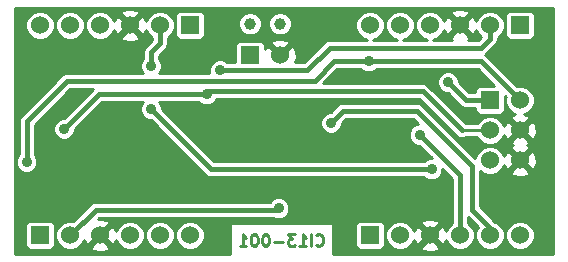
<source format=gbl>
G04 (created by PCBNEW (2013-05-31 BZR 4019)-stable) date 16/09/2013 19:50:50*
%MOIN*%
G04 Gerber Fmt 3.4, Leading zero omitted, Abs format*
%FSLAX34Y34*%
G01*
G70*
G90*
G04 APERTURE LIST*
%ADD10C,0.00590551*%
%ADD11C,0.00984252*%
%ADD12R,0.06X0.06*%
%ADD13C,0.06*%
%ADD14C,0.0393701*%
%ADD15C,0.035*%
%ADD16C,0.0354331*%
%ADD17C,0.015748*%
%ADD18C,0.01*%
G04 APERTURE END LIST*
G54D10*
G54D11*
X54802Y-43421D02*
X54821Y-43440D01*
X54877Y-43459D01*
X54915Y-43459D01*
X54971Y-43440D01*
X55009Y-43403D01*
X55027Y-43365D01*
X55046Y-43290D01*
X55046Y-43234D01*
X55027Y-43159D01*
X55009Y-43121D01*
X54971Y-43084D01*
X54915Y-43065D01*
X54877Y-43065D01*
X54821Y-43084D01*
X54802Y-43103D01*
X54634Y-43459D02*
X54634Y-43065D01*
X54240Y-43459D02*
X54465Y-43459D01*
X54353Y-43459D02*
X54353Y-43065D01*
X54390Y-43121D01*
X54428Y-43159D01*
X54465Y-43178D01*
X54109Y-43065D02*
X53865Y-43065D01*
X53996Y-43215D01*
X53940Y-43215D01*
X53903Y-43234D01*
X53884Y-43253D01*
X53865Y-43290D01*
X53865Y-43384D01*
X53884Y-43421D01*
X53903Y-43440D01*
X53940Y-43459D01*
X54053Y-43459D01*
X54090Y-43440D01*
X54109Y-43421D01*
X53696Y-43309D02*
X53396Y-43309D01*
X53134Y-43065D02*
X53096Y-43065D01*
X53059Y-43084D01*
X53040Y-43103D01*
X53021Y-43140D01*
X53003Y-43215D01*
X53003Y-43309D01*
X53021Y-43384D01*
X53040Y-43421D01*
X53059Y-43440D01*
X53096Y-43459D01*
X53134Y-43459D01*
X53171Y-43440D01*
X53190Y-43421D01*
X53209Y-43384D01*
X53228Y-43309D01*
X53228Y-43215D01*
X53209Y-43140D01*
X53190Y-43103D01*
X53171Y-43084D01*
X53134Y-43065D01*
X52759Y-43065D02*
X52721Y-43065D01*
X52684Y-43084D01*
X52665Y-43103D01*
X52647Y-43140D01*
X52628Y-43215D01*
X52628Y-43309D01*
X52647Y-43384D01*
X52665Y-43421D01*
X52684Y-43440D01*
X52721Y-43459D01*
X52759Y-43459D01*
X52796Y-43440D01*
X52815Y-43421D01*
X52834Y-43384D01*
X52853Y-43309D01*
X52853Y-43215D01*
X52834Y-43140D01*
X52815Y-43103D01*
X52796Y-43084D01*
X52759Y-43065D01*
X52253Y-43459D02*
X52478Y-43459D01*
X52365Y-43459D02*
X52365Y-43065D01*
X52403Y-43121D01*
X52440Y-43159D01*
X52478Y-43178D01*
G54D12*
X61600Y-36100D03*
G54D13*
X60600Y-36100D03*
X59600Y-36100D03*
X58600Y-36100D03*
X57600Y-36100D03*
X56600Y-36100D03*
G54D12*
X50600Y-36100D03*
G54D13*
X49600Y-36100D03*
X48600Y-36100D03*
X47600Y-36100D03*
X46600Y-36100D03*
X45600Y-36100D03*
G54D12*
X45600Y-43100D03*
G54D13*
X46600Y-43100D03*
X47600Y-43100D03*
X48600Y-43100D03*
X49600Y-43100D03*
X50600Y-43100D03*
G54D12*
X56600Y-43100D03*
G54D13*
X57600Y-43100D03*
X58600Y-43100D03*
X59600Y-43100D03*
X60600Y-43100D03*
X61600Y-43100D03*
G54D12*
X60600Y-38600D03*
G54D13*
X61600Y-38600D03*
X60600Y-39600D03*
X61600Y-39600D03*
X60600Y-40600D03*
X61600Y-40600D03*
G54D12*
X52600Y-37100D03*
G54D13*
X53600Y-37100D03*
G54D14*
X52600Y-36050D03*
X53600Y-36050D03*
G54D15*
X46400Y-39550D03*
G54D16*
X51150Y-38400D03*
X59200Y-38000D03*
G54D15*
X55300Y-39350D03*
G54D16*
X51600Y-37600D03*
X49300Y-38900D03*
X58650Y-40900D03*
X49300Y-37450D03*
X53550Y-42200D03*
X58200Y-40450D03*
X58250Y-39750D03*
X45150Y-40650D03*
X56550Y-37300D03*
G54D17*
X46400Y-39550D02*
X47550Y-38400D01*
X47550Y-38400D02*
X51150Y-38400D01*
X51150Y-38400D02*
X51150Y-38300D01*
G54D18*
X60600Y-39600D02*
X59650Y-39600D01*
G54D17*
X58350Y-38300D02*
X51150Y-38300D01*
X59650Y-39600D02*
X58350Y-38300D01*
X60600Y-38600D02*
X59800Y-38600D01*
X59800Y-38600D02*
X59200Y-38000D01*
X60000Y-42250D02*
X60600Y-42850D01*
X60000Y-40800D02*
X60000Y-42250D01*
X58150Y-38950D02*
X60000Y-40800D01*
X55700Y-38950D02*
X58150Y-38950D01*
X55300Y-39350D02*
X55700Y-38950D01*
X60600Y-36100D02*
X60600Y-36550D01*
X54500Y-37600D02*
X51600Y-37600D01*
X55250Y-36850D02*
X54500Y-37600D01*
X60300Y-36850D02*
X55250Y-36850D01*
X60600Y-36550D02*
X60300Y-36850D01*
X49600Y-36100D02*
X49600Y-36700D01*
X49300Y-38900D02*
X51300Y-40900D01*
X51300Y-40900D02*
X58650Y-40900D01*
X49600Y-36700D02*
X49300Y-37000D01*
X49300Y-37000D02*
X49300Y-37450D01*
X53550Y-42200D02*
X53500Y-42250D01*
X53500Y-42250D02*
X47450Y-42250D01*
X47450Y-42250D02*
X46600Y-43100D01*
X59600Y-43100D02*
X59600Y-41100D01*
X59600Y-41100D02*
X58250Y-39750D01*
X56550Y-37300D02*
X60300Y-37300D01*
X60300Y-37300D02*
X61600Y-38600D01*
X56550Y-37300D02*
X55400Y-37300D01*
X55400Y-37300D02*
X54750Y-37950D01*
X54750Y-37950D02*
X46500Y-37950D01*
X46500Y-37950D02*
X45150Y-39300D01*
X45150Y-39300D02*
X45150Y-40650D01*
G54D10*
G36*
X62698Y-43732D02*
X62154Y-43732D01*
X62154Y-40681D01*
X62154Y-39681D01*
X62143Y-39463D01*
X62087Y-39328D01*
X62087Y-38503D01*
X62087Y-38503D01*
X62087Y-36362D01*
X62087Y-35762D01*
X62059Y-35693D01*
X62006Y-35640D01*
X61937Y-35612D01*
X61862Y-35612D01*
X61262Y-35612D01*
X61193Y-35640D01*
X61140Y-35693D01*
X61112Y-35762D01*
X61112Y-35837D01*
X61112Y-36437D01*
X61140Y-36506D01*
X61193Y-36559D01*
X61262Y-36587D01*
X61337Y-36587D01*
X61937Y-36587D01*
X62006Y-36559D01*
X62059Y-36506D01*
X62087Y-36437D01*
X62087Y-36362D01*
X62087Y-38503D01*
X62013Y-38324D01*
X61876Y-38186D01*
X61697Y-38112D01*
X61503Y-38112D01*
X61493Y-38116D01*
X60488Y-37111D01*
X60433Y-37075D01*
X60433Y-37074D01*
X60488Y-37038D01*
X60788Y-36738D01*
X60788Y-36738D01*
X60846Y-36651D01*
X60866Y-36550D01*
X60866Y-36550D01*
X60866Y-36517D01*
X60875Y-36513D01*
X61013Y-36376D01*
X61087Y-36197D01*
X61087Y-36003D01*
X61013Y-35824D01*
X60876Y-35686D01*
X60697Y-35612D01*
X60503Y-35612D01*
X60324Y-35686D01*
X60186Y-35823D01*
X60136Y-35944D01*
X60081Y-35812D01*
X59985Y-35784D01*
X59915Y-35855D01*
X59915Y-35714D01*
X59887Y-35618D01*
X59681Y-35545D01*
X59463Y-35556D01*
X59312Y-35618D01*
X59284Y-35714D01*
X59600Y-36029D01*
X59915Y-35714D01*
X59915Y-35855D01*
X59670Y-36100D01*
X59985Y-36415D01*
X60081Y-36387D01*
X60132Y-36245D01*
X60186Y-36375D01*
X60291Y-36481D01*
X60189Y-36583D01*
X59882Y-36583D01*
X59887Y-36581D01*
X59915Y-36485D01*
X59600Y-36170D01*
X59284Y-36485D01*
X59312Y-36581D01*
X59318Y-36583D01*
X58707Y-36583D01*
X58875Y-36513D01*
X59013Y-36376D01*
X59063Y-36255D01*
X59118Y-36387D01*
X59214Y-36415D01*
X59529Y-36100D01*
X59214Y-35784D01*
X59118Y-35812D01*
X59067Y-35954D01*
X59013Y-35824D01*
X58876Y-35686D01*
X58697Y-35612D01*
X58503Y-35612D01*
X58324Y-35686D01*
X58186Y-35823D01*
X58112Y-36002D01*
X58112Y-36196D01*
X58186Y-36375D01*
X58323Y-36513D01*
X58492Y-36583D01*
X57707Y-36583D01*
X57875Y-36513D01*
X58013Y-36376D01*
X58087Y-36197D01*
X58087Y-36003D01*
X58013Y-35824D01*
X57876Y-35686D01*
X57697Y-35612D01*
X57503Y-35612D01*
X57324Y-35686D01*
X57186Y-35823D01*
X57112Y-36002D01*
X57112Y-36196D01*
X57186Y-36375D01*
X57323Y-36513D01*
X57492Y-36583D01*
X56707Y-36583D01*
X56875Y-36513D01*
X57013Y-36376D01*
X57087Y-36197D01*
X57087Y-36003D01*
X57013Y-35824D01*
X56876Y-35686D01*
X56697Y-35612D01*
X56503Y-35612D01*
X56324Y-35686D01*
X56186Y-35823D01*
X56112Y-36002D01*
X56112Y-36196D01*
X56186Y-36375D01*
X56323Y-36513D01*
X56492Y-36583D01*
X55250Y-36583D01*
X55148Y-36603D01*
X55061Y-36661D01*
X54389Y-37333D01*
X54100Y-37333D01*
X54154Y-37181D01*
X54143Y-36963D01*
X54081Y-36812D01*
X53985Y-36784D01*
X53984Y-36785D01*
X53984Y-35973D01*
X53926Y-35832D01*
X53818Y-35724D01*
X53676Y-35665D01*
X53523Y-35665D01*
X53382Y-35723D01*
X53274Y-35831D01*
X53215Y-35973D01*
X53215Y-36126D01*
X53273Y-36267D01*
X53381Y-36375D01*
X53523Y-36434D01*
X53676Y-36434D01*
X53817Y-36376D01*
X53925Y-36268D01*
X53984Y-36126D01*
X53984Y-35973D01*
X53984Y-36785D01*
X53915Y-36855D01*
X53915Y-36714D01*
X53887Y-36618D01*
X53681Y-36545D01*
X53463Y-36556D01*
X53312Y-36618D01*
X53284Y-36714D01*
X53600Y-37029D01*
X53915Y-36714D01*
X53915Y-36855D01*
X53670Y-37100D01*
X53676Y-37105D01*
X53605Y-37176D01*
X53600Y-37170D01*
X53594Y-37176D01*
X53523Y-37105D01*
X53529Y-37100D01*
X53214Y-36784D01*
X53118Y-36812D01*
X53087Y-36898D01*
X53087Y-36762D01*
X53059Y-36693D01*
X53006Y-36640D01*
X52984Y-36631D01*
X52984Y-35973D01*
X52926Y-35832D01*
X52818Y-35724D01*
X52676Y-35665D01*
X52523Y-35665D01*
X52382Y-35723D01*
X52274Y-35831D01*
X52215Y-35973D01*
X52215Y-36126D01*
X52273Y-36267D01*
X52381Y-36375D01*
X52523Y-36434D01*
X52676Y-36434D01*
X52817Y-36376D01*
X52925Y-36268D01*
X52984Y-36126D01*
X52984Y-35973D01*
X52984Y-36631D01*
X52937Y-36612D01*
X52862Y-36612D01*
X52262Y-36612D01*
X52193Y-36640D01*
X52140Y-36693D01*
X52112Y-36762D01*
X52112Y-36837D01*
X52112Y-37333D01*
X51849Y-37333D01*
X51807Y-37290D01*
X51672Y-37235D01*
X51527Y-37234D01*
X51393Y-37290D01*
X51290Y-37392D01*
X51235Y-37527D01*
X51234Y-37672D01*
X51239Y-37683D01*
X51087Y-37683D01*
X51087Y-36362D01*
X51087Y-35762D01*
X51059Y-35693D01*
X51006Y-35640D01*
X50937Y-35612D01*
X50862Y-35612D01*
X50262Y-35612D01*
X50193Y-35640D01*
X50140Y-35693D01*
X50112Y-35762D01*
X50112Y-35837D01*
X50112Y-36437D01*
X50140Y-36506D01*
X50193Y-36559D01*
X50262Y-36587D01*
X50337Y-36587D01*
X50937Y-36587D01*
X51006Y-36559D01*
X51059Y-36506D01*
X51087Y-36437D01*
X51087Y-36362D01*
X51087Y-37683D01*
X49582Y-37683D01*
X49609Y-37657D01*
X49664Y-37522D01*
X49665Y-37377D01*
X49609Y-37243D01*
X49566Y-37200D01*
X49566Y-37110D01*
X49788Y-36888D01*
X49788Y-36888D01*
X49846Y-36801D01*
X49866Y-36700D01*
X49866Y-36700D01*
X49866Y-36517D01*
X49875Y-36513D01*
X50013Y-36376D01*
X50087Y-36197D01*
X50087Y-36003D01*
X50013Y-35824D01*
X49876Y-35686D01*
X49697Y-35612D01*
X49503Y-35612D01*
X49324Y-35686D01*
X49186Y-35823D01*
X49136Y-35944D01*
X49081Y-35812D01*
X48985Y-35784D01*
X48915Y-35855D01*
X48915Y-35714D01*
X48887Y-35618D01*
X48681Y-35545D01*
X48463Y-35556D01*
X48312Y-35618D01*
X48284Y-35714D01*
X48600Y-36029D01*
X48915Y-35714D01*
X48915Y-35855D01*
X48670Y-36100D01*
X48985Y-36415D01*
X49081Y-36387D01*
X49132Y-36245D01*
X49186Y-36375D01*
X49323Y-36513D01*
X49333Y-36517D01*
X49333Y-36589D01*
X49111Y-36811D01*
X49053Y-36898D01*
X49033Y-37000D01*
X49033Y-37200D01*
X48990Y-37242D01*
X48935Y-37377D01*
X48934Y-37522D01*
X48990Y-37656D01*
X49017Y-37683D01*
X48915Y-37683D01*
X48915Y-36485D01*
X48600Y-36170D01*
X48529Y-36241D01*
X48529Y-36100D01*
X48214Y-35784D01*
X48118Y-35812D01*
X48067Y-35954D01*
X48013Y-35824D01*
X47876Y-35686D01*
X47697Y-35612D01*
X47503Y-35612D01*
X47324Y-35686D01*
X47186Y-35823D01*
X47112Y-36002D01*
X47112Y-36196D01*
X47186Y-36375D01*
X47323Y-36513D01*
X47502Y-36587D01*
X47696Y-36587D01*
X47875Y-36513D01*
X48013Y-36376D01*
X48063Y-36255D01*
X48118Y-36387D01*
X48214Y-36415D01*
X48529Y-36100D01*
X48529Y-36241D01*
X48284Y-36485D01*
X48312Y-36581D01*
X48518Y-36654D01*
X48736Y-36643D01*
X48887Y-36581D01*
X48915Y-36485D01*
X48915Y-37683D01*
X47087Y-37683D01*
X47087Y-36003D01*
X47013Y-35824D01*
X46876Y-35686D01*
X46697Y-35612D01*
X46503Y-35612D01*
X46324Y-35686D01*
X46186Y-35823D01*
X46112Y-36002D01*
X46112Y-36196D01*
X46186Y-36375D01*
X46323Y-36513D01*
X46502Y-36587D01*
X46696Y-36587D01*
X46875Y-36513D01*
X47013Y-36376D01*
X47087Y-36197D01*
X47087Y-36003D01*
X47087Y-37683D01*
X46500Y-37683D01*
X46398Y-37703D01*
X46354Y-37732D01*
X46311Y-37761D01*
X46087Y-37985D01*
X46087Y-36003D01*
X46013Y-35824D01*
X45876Y-35686D01*
X45697Y-35612D01*
X45503Y-35612D01*
X45324Y-35686D01*
X45186Y-35823D01*
X45112Y-36002D01*
X45112Y-36196D01*
X45186Y-36375D01*
X45323Y-36513D01*
X45502Y-36587D01*
X45696Y-36587D01*
X45875Y-36513D01*
X46013Y-36376D01*
X46087Y-36197D01*
X46087Y-36003D01*
X46087Y-37985D01*
X44961Y-39111D01*
X44903Y-39198D01*
X44883Y-39300D01*
X44883Y-40400D01*
X44840Y-40442D01*
X44785Y-40577D01*
X44784Y-40722D01*
X44840Y-40856D01*
X44942Y-40959D01*
X45077Y-41014D01*
X45222Y-41015D01*
X45356Y-40959D01*
X45459Y-40857D01*
X45514Y-40722D01*
X45515Y-40577D01*
X45459Y-40443D01*
X45416Y-40400D01*
X45416Y-39410D01*
X46610Y-38216D01*
X47356Y-38216D01*
X46385Y-39187D01*
X46328Y-39187D01*
X46194Y-39242D01*
X46092Y-39344D01*
X46037Y-39477D01*
X46037Y-39621D01*
X46092Y-39755D01*
X46194Y-39857D01*
X46327Y-39912D01*
X46471Y-39912D01*
X46605Y-39857D01*
X46707Y-39755D01*
X46762Y-39622D01*
X46762Y-39564D01*
X47660Y-38666D01*
X49017Y-38666D01*
X48990Y-38692D01*
X48935Y-38827D01*
X48934Y-38972D01*
X48990Y-39106D01*
X49092Y-39209D01*
X49227Y-39264D01*
X49288Y-39264D01*
X51111Y-41088D01*
X51111Y-41088D01*
X51198Y-41146D01*
X51299Y-41166D01*
X51300Y-41166D01*
X58400Y-41166D01*
X58442Y-41209D01*
X58577Y-41264D01*
X58722Y-41265D01*
X58856Y-41209D01*
X58959Y-41107D01*
X59014Y-40972D01*
X59014Y-40891D01*
X59333Y-41210D01*
X59333Y-42682D01*
X59324Y-42686D01*
X59186Y-42823D01*
X59136Y-42944D01*
X59081Y-42812D01*
X58985Y-42784D01*
X58915Y-42855D01*
X58915Y-42714D01*
X58887Y-42618D01*
X58681Y-42545D01*
X58463Y-42556D01*
X58312Y-42618D01*
X58284Y-42714D01*
X58600Y-43029D01*
X58915Y-42714D01*
X58915Y-42855D01*
X58670Y-43100D01*
X58985Y-43415D01*
X59081Y-43387D01*
X59132Y-43245D01*
X59186Y-43375D01*
X59323Y-43513D01*
X59502Y-43587D01*
X59696Y-43587D01*
X59875Y-43513D01*
X60013Y-43376D01*
X60087Y-43197D01*
X60087Y-43003D01*
X60013Y-42824D01*
X59876Y-42686D01*
X59866Y-42682D01*
X59866Y-42493D01*
X60191Y-42818D01*
X60186Y-42823D01*
X60112Y-43002D01*
X60112Y-43196D01*
X60186Y-43375D01*
X60323Y-43513D01*
X60502Y-43587D01*
X60696Y-43587D01*
X60875Y-43513D01*
X61013Y-43376D01*
X61087Y-43197D01*
X61087Y-43003D01*
X61013Y-42824D01*
X60876Y-42686D01*
X60768Y-42641D01*
X60266Y-42139D01*
X60266Y-40956D01*
X60323Y-41013D01*
X60502Y-41087D01*
X60696Y-41087D01*
X60875Y-41013D01*
X61013Y-40876D01*
X61063Y-40755D01*
X61118Y-40887D01*
X61214Y-40915D01*
X61529Y-40600D01*
X61214Y-40284D01*
X61118Y-40312D01*
X61067Y-40454D01*
X61013Y-40324D01*
X60876Y-40186D01*
X60697Y-40112D01*
X60503Y-40112D01*
X60324Y-40186D01*
X60186Y-40323D01*
X60112Y-40502D01*
X60112Y-40535D01*
X58338Y-38761D01*
X58251Y-38703D01*
X58150Y-38683D01*
X55700Y-38683D01*
X55598Y-38703D01*
X55511Y-38761D01*
X55285Y-38987D01*
X55228Y-38987D01*
X55094Y-39042D01*
X54992Y-39144D01*
X54937Y-39277D01*
X54937Y-39421D01*
X54992Y-39555D01*
X55094Y-39657D01*
X55227Y-39712D01*
X55371Y-39712D01*
X55505Y-39657D01*
X55607Y-39555D01*
X55662Y-39422D01*
X55662Y-39364D01*
X55810Y-39216D01*
X58039Y-39216D01*
X58208Y-39385D01*
X58177Y-39384D01*
X58043Y-39440D01*
X57940Y-39542D01*
X57885Y-39677D01*
X57884Y-39822D01*
X57940Y-39956D01*
X58042Y-40059D01*
X58177Y-40114D01*
X58238Y-40114D01*
X58658Y-40535D01*
X58577Y-40534D01*
X58443Y-40590D01*
X58400Y-40633D01*
X51410Y-40633D01*
X49664Y-38888D01*
X49665Y-38827D01*
X49609Y-38693D01*
X49582Y-38666D01*
X50900Y-38666D01*
X50942Y-38709D01*
X51077Y-38764D01*
X51222Y-38765D01*
X51356Y-38709D01*
X51459Y-38607D01*
X51476Y-38566D01*
X58239Y-38566D01*
X59461Y-39788D01*
X59548Y-39846D01*
X59650Y-39866D01*
X59751Y-39846D01*
X59764Y-39837D01*
X60170Y-39837D01*
X60186Y-39875D01*
X60323Y-40013D01*
X60502Y-40087D01*
X60696Y-40087D01*
X60875Y-40013D01*
X61013Y-39876D01*
X61063Y-39755D01*
X61118Y-39887D01*
X61214Y-39915D01*
X61529Y-39600D01*
X61214Y-39284D01*
X61118Y-39312D01*
X61067Y-39454D01*
X61013Y-39324D01*
X60876Y-39186D01*
X60697Y-39112D01*
X60503Y-39112D01*
X60324Y-39186D01*
X60186Y-39323D01*
X60170Y-39362D01*
X59789Y-39362D01*
X58538Y-38111D01*
X58451Y-38053D01*
X58350Y-38033D01*
X55043Y-38033D01*
X55510Y-37566D01*
X56300Y-37566D01*
X56342Y-37609D01*
X56477Y-37664D01*
X56622Y-37665D01*
X56756Y-37609D01*
X56799Y-37566D01*
X60189Y-37566D01*
X60735Y-38112D01*
X60262Y-38112D01*
X60193Y-38140D01*
X60140Y-38193D01*
X60112Y-38262D01*
X60112Y-38333D01*
X59910Y-38333D01*
X59564Y-37988D01*
X59565Y-37927D01*
X59509Y-37793D01*
X59407Y-37690D01*
X59272Y-37635D01*
X59127Y-37634D01*
X58993Y-37690D01*
X58890Y-37792D01*
X58835Y-37927D01*
X58834Y-38072D01*
X58890Y-38206D01*
X58992Y-38309D01*
X59127Y-38364D01*
X59188Y-38364D01*
X59611Y-38788D01*
X59611Y-38788D01*
X59654Y-38817D01*
X59698Y-38846D01*
X59698Y-38846D01*
X59800Y-38866D01*
X60112Y-38866D01*
X60112Y-38937D01*
X60140Y-39006D01*
X60193Y-39059D01*
X60262Y-39087D01*
X60337Y-39087D01*
X60937Y-39087D01*
X61006Y-39059D01*
X61059Y-39006D01*
X61087Y-38937D01*
X61087Y-38862D01*
X61087Y-38464D01*
X61116Y-38493D01*
X61112Y-38502D01*
X61112Y-38696D01*
X61186Y-38875D01*
X61323Y-39013D01*
X61444Y-39063D01*
X61312Y-39118D01*
X61284Y-39214D01*
X61600Y-39529D01*
X61915Y-39214D01*
X61887Y-39118D01*
X61745Y-39067D01*
X61875Y-39013D01*
X62013Y-38876D01*
X62087Y-38697D01*
X62087Y-38503D01*
X62087Y-39328D01*
X62081Y-39312D01*
X61985Y-39284D01*
X61670Y-39600D01*
X61985Y-39915D01*
X62081Y-39887D01*
X62154Y-39681D01*
X62154Y-40681D01*
X62143Y-40463D01*
X62081Y-40312D01*
X61985Y-40284D01*
X61915Y-40355D01*
X61915Y-40214D01*
X61887Y-40118D01*
X61839Y-40101D01*
X61887Y-40081D01*
X61915Y-39985D01*
X61600Y-39670D01*
X61284Y-39985D01*
X61312Y-40081D01*
X61360Y-40098D01*
X61312Y-40118D01*
X61284Y-40214D01*
X61600Y-40529D01*
X61915Y-40214D01*
X61915Y-40355D01*
X61670Y-40600D01*
X61985Y-40915D01*
X62081Y-40887D01*
X62154Y-40681D01*
X62154Y-43732D01*
X62087Y-43732D01*
X62087Y-43003D01*
X62013Y-42824D01*
X61915Y-42725D01*
X61915Y-40985D01*
X61600Y-40670D01*
X61284Y-40985D01*
X61312Y-41081D01*
X61518Y-41154D01*
X61736Y-41143D01*
X61887Y-41081D01*
X61915Y-40985D01*
X61915Y-42725D01*
X61876Y-42686D01*
X61697Y-42612D01*
X61503Y-42612D01*
X61324Y-42686D01*
X61186Y-42823D01*
X61112Y-43002D01*
X61112Y-43196D01*
X61186Y-43375D01*
X61323Y-43513D01*
X61502Y-43587D01*
X61696Y-43587D01*
X61875Y-43513D01*
X62013Y-43376D01*
X62087Y-43197D01*
X62087Y-43003D01*
X62087Y-43732D01*
X58915Y-43732D01*
X58915Y-43485D01*
X58600Y-43170D01*
X58529Y-43241D01*
X58529Y-43100D01*
X58214Y-42784D01*
X58118Y-42812D01*
X58067Y-42954D01*
X58013Y-42824D01*
X57876Y-42686D01*
X57697Y-42612D01*
X57503Y-42612D01*
X57324Y-42686D01*
X57186Y-42823D01*
X57112Y-43002D01*
X57112Y-43196D01*
X57186Y-43375D01*
X57323Y-43513D01*
X57502Y-43587D01*
X57696Y-43587D01*
X57875Y-43513D01*
X58013Y-43376D01*
X58063Y-43255D01*
X58118Y-43387D01*
X58214Y-43415D01*
X58529Y-43100D01*
X58529Y-43241D01*
X58284Y-43485D01*
X58312Y-43581D01*
X58518Y-43654D01*
X58736Y-43643D01*
X58887Y-43581D01*
X58915Y-43485D01*
X58915Y-43732D01*
X57087Y-43732D01*
X57087Y-43362D01*
X57087Y-42762D01*
X57059Y-42693D01*
X57006Y-42640D01*
X56937Y-42612D01*
X56862Y-42612D01*
X56262Y-42612D01*
X56193Y-42640D01*
X56140Y-42693D01*
X56112Y-42762D01*
X56112Y-42837D01*
X56112Y-43437D01*
X56140Y-43506D01*
X56193Y-43559D01*
X56262Y-43587D01*
X56337Y-43587D01*
X56937Y-43587D01*
X57006Y-43559D01*
X57059Y-43506D01*
X57087Y-43437D01*
X57087Y-43362D01*
X57087Y-43732D01*
X55358Y-43732D01*
X55358Y-42688D01*
X53915Y-42688D01*
X53915Y-42127D01*
X53859Y-41993D01*
X53757Y-41890D01*
X53622Y-41835D01*
X53477Y-41834D01*
X53343Y-41890D01*
X53250Y-41983D01*
X47450Y-41983D01*
X47348Y-42003D01*
X47261Y-42061D01*
X46706Y-42616D01*
X46697Y-42612D01*
X46503Y-42612D01*
X46324Y-42686D01*
X46186Y-42823D01*
X46112Y-43002D01*
X46112Y-43196D01*
X46186Y-43375D01*
X46323Y-43513D01*
X46502Y-43587D01*
X46696Y-43587D01*
X46875Y-43513D01*
X47013Y-43376D01*
X47063Y-43255D01*
X47118Y-43387D01*
X47214Y-43415D01*
X47529Y-43100D01*
X47523Y-43094D01*
X47594Y-43023D01*
X47600Y-43029D01*
X47915Y-42714D01*
X47887Y-42618D01*
X47681Y-42545D01*
X47523Y-42553D01*
X47560Y-42516D01*
X53360Y-42516D01*
X53477Y-42564D01*
X53622Y-42565D01*
X53756Y-42509D01*
X53859Y-42407D01*
X53914Y-42272D01*
X53915Y-42127D01*
X53915Y-42688D01*
X51941Y-42688D01*
X51941Y-43732D01*
X51087Y-43732D01*
X51087Y-43003D01*
X51013Y-42824D01*
X50876Y-42686D01*
X50697Y-42612D01*
X50503Y-42612D01*
X50324Y-42686D01*
X50186Y-42823D01*
X50112Y-43002D01*
X50112Y-43196D01*
X50186Y-43375D01*
X50323Y-43513D01*
X50502Y-43587D01*
X50696Y-43587D01*
X50875Y-43513D01*
X51013Y-43376D01*
X51087Y-43197D01*
X51087Y-43003D01*
X51087Y-43732D01*
X50087Y-43732D01*
X50087Y-43003D01*
X50013Y-42824D01*
X49876Y-42686D01*
X49697Y-42612D01*
X49503Y-42612D01*
X49324Y-42686D01*
X49186Y-42823D01*
X49112Y-43002D01*
X49112Y-43196D01*
X49186Y-43375D01*
X49323Y-43513D01*
X49502Y-43587D01*
X49696Y-43587D01*
X49875Y-43513D01*
X50013Y-43376D01*
X50087Y-43197D01*
X50087Y-43003D01*
X50087Y-43732D01*
X49087Y-43732D01*
X49087Y-43003D01*
X49013Y-42824D01*
X48876Y-42686D01*
X48697Y-42612D01*
X48503Y-42612D01*
X48324Y-42686D01*
X48186Y-42823D01*
X48136Y-42944D01*
X48081Y-42812D01*
X47985Y-42784D01*
X47670Y-43100D01*
X47985Y-43415D01*
X48081Y-43387D01*
X48132Y-43245D01*
X48186Y-43375D01*
X48323Y-43513D01*
X48502Y-43587D01*
X48696Y-43587D01*
X48875Y-43513D01*
X49013Y-43376D01*
X49087Y-43197D01*
X49087Y-43003D01*
X49087Y-43732D01*
X47915Y-43732D01*
X47915Y-43485D01*
X47600Y-43170D01*
X47284Y-43485D01*
X47312Y-43581D01*
X47518Y-43654D01*
X47736Y-43643D01*
X47887Y-43581D01*
X47915Y-43485D01*
X47915Y-43732D01*
X46087Y-43732D01*
X46087Y-43362D01*
X46087Y-42762D01*
X46059Y-42693D01*
X46006Y-42640D01*
X45937Y-42612D01*
X45862Y-42612D01*
X45262Y-42612D01*
X45193Y-42640D01*
X45140Y-42693D01*
X45112Y-42762D01*
X45112Y-42837D01*
X45112Y-43437D01*
X45140Y-43506D01*
X45193Y-43559D01*
X45262Y-43587D01*
X45337Y-43587D01*
X45937Y-43587D01*
X46006Y-43559D01*
X46059Y-43506D01*
X46087Y-43437D01*
X46087Y-43362D01*
X46087Y-43732D01*
X44767Y-43732D01*
X44767Y-35517D01*
X62698Y-35517D01*
X62698Y-43732D01*
X62698Y-43732D01*
G37*
G54D18*
X62698Y-43732D02*
X62154Y-43732D01*
X62154Y-40681D01*
X62154Y-39681D01*
X62143Y-39463D01*
X62087Y-39328D01*
X62087Y-38503D01*
X62087Y-38503D01*
X62087Y-36362D01*
X62087Y-35762D01*
X62059Y-35693D01*
X62006Y-35640D01*
X61937Y-35612D01*
X61862Y-35612D01*
X61262Y-35612D01*
X61193Y-35640D01*
X61140Y-35693D01*
X61112Y-35762D01*
X61112Y-35837D01*
X61112Y-36437D01*
X61140Y-36506D01*
X61193Y-36559D01*
X61262Y-36587D01*
X61337Y-36587D01*
X61937Y-36587D01*
X62006Y-36559D01*
X62059Y-36506D01*
X62087Y-36437D01*
X62087Y-36362D01*
X62087Y-38503D01*
X62013Y-38324D01*
X61876Y-38186D01*
X61697Y-38112D01*
X61503Y-38112D01*
X61493Y-38116D01*
X60488Y-37111D01*
X60433Y-37075D01*
X60433Y-37074D01*
X60488Y-37038D01*
X60788Y-36738D01*
X60788Y-36738D01*
X60846Y-36651D01*
X60866Y-36550D01*
X60866Y-36550D01*
X60866Y-36517D01*
X60875Y-36513D01*
X61013Y-36376D01*
X61087Y-36197D01*
X61087Y-36003D01*
X61013Y-35824D01*
X60876Y-35686D01*
X60697Y-35612D01*
X60503Y-35612D01*
X60324Y-35686D01*
X60186Y-35823D01*
X60136Y-35944D01*
X60081Y-35812D01*
X59985Y-35784D01*
X59915Y-35855D01*
X59915Y-35714D01*
X59887Y-35618D01*
X59681Y-35545D01*
X59463Y-35556D01*
X59312Y-35618D01*
X59284Y-35714D01*
X59600Y-36029D01*
X59915Y-35714D01*
X59915Y-35855D01*
X59670Y-36100D01*
X59985Y-36415D01*
X60081Y-36387D01*
X60132Y-36245D01*
X60186Y-36375D01*
X60291Y-36481D01*
X60189Y-36583D01*
X59882Y-36583D01*
X59887Y-36581D01*
X59915Y-36485D01*
X59600Y-36170D01*
X59284Y-36485D01*
X59312Y-36581D01*
X59318Y-36583D01*
X58707Y-36583D01*
X58875Y-36513D01*
X59013Y-36376D01*
X59063Y-36255D01*
X59118Y-36387D01*
X59214Y-36415D01*
X59529Y-36100D01*
X59214Y-35784D01*
X59118Y-35812D01*
X59067Y-35954D01*
X59013Y-35824D01*
X58876Y-35686D01*
X58697Y-35612D01*
X58503Y-35612D01*
X58324Y-35686D01*
X58186Y-35823D01*
X58112Y-36002D01*
X58112Y-36196D01*
X58186Y-36375D01*
X58323Y-36513D01*
X58492Y-36583D01*
X57707Y-36583D01*
X57875Y-36513D01*
X58013Y-36376D01*
X58087Y-36197D01*
X58087Y-36003D01*
X58013Y-35824D01*
X57876Y-35686D01*
X57697Y-35612D01*
X57503Y-35612D01*
X57324Y-35686D01*
X57186Y-35823D01*
X57112Y-36002D01*
X57112Y-36196D01*
X57186Y-36375D01*
X57323Y-36513D01*
X57492Y-36583D01*
X56707Y-36583D01*
X56875Y-36513D01*
X57013Y-36376D01*
X57087Y-36197D01*
X57087Y-36003D01*
X57013Y-35824D01*
X56876Y-35686D01*
X56697Y-35612D01*
X56503Y-35612D01*
X56324Y-35686D01*
X56186Y-35823D01*
X56112Y-36002D01*
X56112Y-36196D01*
X56186Y-36375D01*
X56323Y-36513D01*
X56492Y-36583D01*
X55250Y-36583D01*
X55148Y-36603D01*
X55061Y-36661D01*
X54389Y-37333D01*
X54100Y-37333D01*
X54154Y-37181D01*
X54143Y-36963D01*
X54081Y-36812D01*
X53985Y-36784D01*
X53984Y-36785D01*
X53984Y-35973D01*
X53926Y-35832D01*
X53818Y-35724D01*
X53676Y-35665D01*
X53523Y-35665D01*
X53382Y-35723D01*
X53274Y-35831D01*
X53215Y-35973D01*
X53215Y-36126D01*
X53273Y-36267D01*
X53381Y-36375D01*
X53523Y-36434D01*
X53676Y-36434D01*
X53817Y-36376D01*
X53925Y-36268D01*
X53984Y-36126D01*
X53984Y-35973D01*
X53984Y-36785D01*
X53915Y-36855D01*
X53915Y-36714D01*
X53887Y-36618D01*
X53681Y-36545D01*
X53463Y-36556D01*
X53312Y-36618D01*
X53284Y-36714D01*
X53600Y-37029D01*
X53915Y-36714D01*
X53915Y-36855D01*
X53670Y-37100D01*
X53676Y-37105D01*
X53605Y-37176D01*
X53600Y-37170D01*
X53594Y-37176D01*
X53523Y-37105D01*
X53529Y-37100D01*
X53214Y-36784D01*
X53118Y-36812D01*
X53087Y-36898D01*
X53087Y-36762D01*
X53059Y-36693D01*
X53006Y-36640D01*
X52984Y-36631D01*
X52984Y-35973D01*
X52926Y-35832D01*
X52818Y-35724D01*
X52676Y-35665D01*
X52523Y-35665D01*
X52382Y-35723D01*
X52274Y-35831D01*
X52215Y-35973D01*
X52215Y-36126D01*
X52273Y-36267D01*
X52381Y-36375D01*
X52523Y-36434D01*
X52676Y-36434D01*
X52817Y-36376D01*
X52925Y-36268D01*
X52984Y-36126D01*
X52984Y-35973D01*
X52984Y-36631D01*
X52937Y-36612D01*
X52862Y-36612D01*
X52262Y-36612D01*
X52193Y-36640D01*
X52140Y-36693D01*
X52112Y-36762D01*
X52112Y-36837D01*
X52112Y-37333D01*
X51849Y-37333D01*
X51807Y-37290D01*
X51672Y-37235D01*
X51527Y-37234D01*
X51393Y-37290D01*
X51290Y-37392D01*
X51235Y-37527D01*
X51234Y-37672D01*
X51239Y-37683D01*
X51087Y-37683D01*
X51087Y-36362D01*
X51087Y-35762D01*
X51059Y-35693D01*
X51006Y-35640D01*
X50937Y-35612D01*
X50862Y-35612D01*
X50262Y-35612D01*
X50193Y-35640D01*
X50140Y-35693D01*
X50112Y-35762D01*
X50112Y-35837D01*
X50112Y-36437D01*
X50140Y-36506D01*
X50193Y-36559D01*
X50262Y-36587D01*
X50337Y-36587D01*
X50937Y-36587D01*
X51006Y-36559D01*
X51059Y-36506D01*
X51087Y-36437D01*
X51087Y-36362D01*
X51087Y-37683D01*
X49582Y-37683D01*
X49609Y-37657D01*
X49664Y-37522D01*
X49665Y-37377D01*
X49609Y-37243D01*
X49566Y-37200D01*
X49566Y-37110D01*
X49788Y-36888D01*
X49788Y-36888D01*
X49846Y-36801D01*
X49866Y-36700D01*
X49866Y-36700D01*
X49866Y-36517D01*
X49875Y-36513D01*
X50013Y-36376D01*
X50087Y-36197D01*
X50087Y-36003D01*
X50013Y-35824D01*
X49876Y-35686D01*
X49697Y-35612D01*
X49503Y-35612D01*
X49324Y-35686D01*
X49186Y-35823D01*
X49136Y-35944D01*
X49081Y-35812D01*
X48985Y-35784D01*
X48915Y-35855D01*
X48915Y-35714D01*
X48887Y-35618D01*
X48681Y-35545D01*
X48463Y-35556D01*
X48312Y-35618D01*
X48284Y-35714D01*
X48600Y-36029D01*
X48915Y-35714D01*
X48915Y-35855D01*
X48670Y-36100D01*
X48985Y-36415D01*
X49081Y-36387D01*
X49132Y-36245D01*
X49186Y-36375D01*
X49323Y-36513D01*
X49333Y-36517D01*
X49333Y-36589D01*
X49111Y-36811D01*
X49053Y-36898D01*
X49033Y-37000D01*
X49033Y-37200D01*
X48990Y-37242D01*
X48935Y-37377D01*
X48934Y-37522D01*
X48990Y-37656D01*
X49017Y-37683D01*
X48915Y-37683D01*
X48915Y-36485D01*
X48600Y-36170D01*
X48529Y-36241D01*
X48529Y-36100D01*
X48214Y-35784D01*
X48118Y-35812D01*
X48067Y-35954D01*
X48013Y-35824D01*
X47876Y-35686D01*
X47697Y-35612D01*
X47503Y-35612D01*
X47324Y-35686D01*
X47186Y-35823D01*
X47112Y-36002D01*
X47112Y-36196D01*
X47186Y-36375D01*
X47323Y-36513D01*
X47502Y-36587D01*
X47696Y-36587D01*
X47875Y-36513D01*
X48013Y-36376D01*
X48063Y-36255D01*
X48118Y-36387D01*
X48214Y-36415D01*
X48529Y-36100D01*
X48529Y-36241D01*
X48284Y-36485D01*
X48312Y-36581D01*
X48518Y-36654D01*
X48736Y-36643D01*
X48887Y-36581D01*
X48915Y-36485D01*
X48915Y-37683D01*
X47087Y-37683D01*
X47087Y-36003D01*
X47013Y-35824D01*
X46876Y-35686D01*
X46697Y-35612D01*
X46503Y-35612D01*
X46324Y-35686D01*
X46186Y-35823D01*
X46112Y-36002D01*
X46112Y-36196D01*
X46186Y-36375D01*
X46323Y-36513D01*
X46502Y-36587D01*
X46696Y-36587D01*
X46875Y-36513D01*
X47013Y-36376D01*
X47087Y-36197D01*
X47087Y-36003D01*
X47087Y-37683D01*
X46500Y-37683D01*
X46398Y-37703D01*
X46354Y-37732D01*
X46311Y-37761D01*
X46087Y-37985D01*
X46087Y-36003D01*
X46013Y-35824D01*
X45876Y-35686D01*
X45697Y-35612D01*
X45503Y-35612D01*
X45324Y-35686D01*
X45186Y-35823D01*
X45112Y-36002D01*
X45112Y-36196D01*
X45186Y-36375D01*
X45323Y-36513D01*
X45502Y-36587D01*
X45696Y-36587D01*
X45875Y-36513D01*
X46013Y-36376D01*
X46087Y-36197D01*
X46087Y-36003D01*
X46087Y-37985D01*
X44961Y-39111D01*
X44903Y-39198D01*
X44883Y-39300D01*
X44883Y-40400D01*
X44840Y-40442D01*
X44785Y-40577D01*
X44784Y-40722D01*
X44840Y-40856D01*
X44942Y-40959D01*
X45077Y-41014D01*
X45222Y-41015D01*
X45356Y-40959D01*
X45459Y-40857D01*
X45514Y-40722D01*
X45515Y-40577D01*
X45459Y-40443D01*
X45416Y-40400D01*
X45416Y-39410D01*
X46610Y-38216D01*
X47356Y-38216D01*
X46385Y-39187D01*
X46328Y-39187D01*
X46194Y-39242D01*
X46092Y-39344D01*
X46037Y-39477D01*
X46037Y-39621D01*
X46092Y-39755D01*
X46194Y-39857D01*
X46327Y-39912D01*
X46471Y-39912D01*
X46605Y-39857D01*
X46707Y-39755D01*
X46762Y-39622D01*
X46762Y-39564D01*
X47660Y-38666D01*
X49017Y-38666D01*
X48990Y-38692D01*
X48935Y-38827D01*
X48934Y-38972D01*
X48990Y-39106D01*
X49092Y-39209D01*
X49227Y-39264D01*
X49288Y-39264D01*
X51111Y-41088D01*
X51111Y-41088D01*
X51198Y-41146D01*
X51299Y-41166D01*
X51300Y-41166D01*
X58400Y-41166D01*
X58442Y-41209D01*
X58577Y-41264D01*
X58722Y-41265D01*
X58856Y-41209D01*
X58959Y-41107D01*
X59014Y-40972D01*
X59014Y-40891D01*
X59333Y-41210D01*
X59333Y-42682D01*
X59324Y-42686D01*
X59186Y-42823D01*
X59136Y-42944D01*
X59081Y-42812D01*
X58985Y-42784D01*
X58915Y-42855D01*
X58915Y-42714D01*
X58887Y-42618D01*
X58681Y-42545D01*
X58463Y-42556D01*
X58312Y-42618D01*
X58284Y-42714D01*
X58600Y-43029D01*
X58915Y-42714D01*
X58915Y-42855D01*
X58670Y-43100D01*
X58985Y-43415D01*
X59081Y-43387D01*
X59132Y-43245D01*
X59186Y-43375D01*
X59323Y-43513D01*
X59502Y-43587D01*
X59696Y-43587D01*
X59875Y-43513D01*
X60013Y-43376D01*
X60087Y-43197D01*
X60087Y-43003D01*
X60013Y-42824D01*
X59876Y-42686D01*
X59866Y-42682D01*
X59866Y-42493D01*
X60191Y-42818D01*
X60186Y-42823D01*
X60112Y-43002D01*
X60112Y-43196D01*
X60186Y-43375D01*
X60323Y-43513D01*
X60502Y-43587D01*
X60696Y-43587D01*
X60875Y-43513D01*
X61013Y-43376D01*
X61087Y-43197D01*
X61087Y-43003D01*
X61013Y-42824D01*
X60876Y-42686D01*
X60768Y-42641D01*
X60266Y-42139D01*
X60266Y-40956D01*
X60323Y-41013D01*
X60502Y-41087D01*
X60696Y-41087D01*
X60875Y-41013D01*
X61013Y-40876D01*
X61063Y-40755D01*
X61118Y-40887D01*
X61214Y-40915D01*
X61529Y-40600D01*
X61214Y-40284D01*
X61118Y-40312D01*
X61067Y-40454D01*
X61013Y-40324D01*
X60876Y-40186D01*
X60697Y-40112D01*
X60503Y-40112D01*
X60324Y-40186D01*
X60186Y-40323D01*
X60112Y-40502D01*
X60112Y-40535D01*
X58338Y-38761D01*
X58251Y-38703D01*
X58150Y-38683D01*
X55700Y-38683D01*
X55598Y-38703D01*
X55511Y-38761D01*
X55285Y-38987D01*
X55228Y-38987D01*
X55094Y-39042D01*
X54992Y-39144D01*
X54937Y-39277D01*
X54937Y-39421D01*
X54992Y-39555D01*
X55094Y-39657D01*
X55227Y-39712D01*
X55371Y-39712D01*
X55505Y-39657D01*
X55607Y-39555D01*
X55662Y-39422D01*
X55662Y-39364D01*
X55810Y-39216D01*
X58039Y-39216D01*
X58208Y-39385D01*
X58177Y-39384D01*
X58043Y-39440D01*
X57940Y-39542D01*
X57885Y-39677D01*
X57884Y-39822D01*
X57940Y-39956D01*
X58042Y-40059D01*
X58177Y-40114D01*
X58238Y-40114D01*
X58658Y-40535D01*
X58577Y-40534D01*
X58443Y-40590D01*
X58400Y-40633D01*
X51410Y-40633D01*
X49664Y-38888D01*
X49665Y-38827D01*
X49609Y-38693D01*
X49582Y-38666D01*
X50900Y-38666D01*
X50942Y-38709D01*
X51077Y-38764D01*
X51222Y-38765D01*
X51356Y-38709D01*
X51459Y-38607D01*
X51476Y-38566D01*
X58239Y-38566D01*
X59461Y-39788D01*
X59548Y-39846D01*
X59650Y-39866D01*
X59751Y-39846D01*
X59764Y-39837D01*
X60170Y-39837D01*
X60186Y-39875D01*
X60323Y-40013D01*
X60502Y-40087D01*
X60696Y-40087D01*
X60875Y-40013D01*
X61013Y-39876D01*
X61063Y-39755D01*
X61118Y-39887D01*
X61214Y-39915D01*
X61529Y-39600D01*
X61214Y-39284D01*
X61118Y-39312D01*
X61067Y-39454D01*
X61013Y-39324D01*
X60876Y-39186D01*
X60697Y-39112D01*
X60503Y-39112D01*
X60324Y-39186D01*
X60186Y-39323D01*
X60170Y-39362D01*
X59789Y-39362D01*
X58538Y-38111D01*
X58451Y-38053D01*
X58350Y-38033D01*
X55043Y-38033D01*
X55510Y-37566D01*
X56300Y-37566D01*
X56342Y-37609D01*
X56477Y-37664D01*
X56622Y-37665D01*
X56756Y-37609D01*
X56799Y-37566D01*
X60189Y-37566D01*
X60735Y-38112D01*
X60262Y-38112D01*
X60193Y-38140D01*
X60140Y-38193D01*
X60112Y-38262D01*
X60112Y-38333D01*
X59910Y-38333D01*
X59564Y-37988D01*
X59565Y-37927D01*
X59509Y-37793D01*
X59407Y-37690D01*
X59272Y-37635D01*
X59127Y-37634D01*
X58993Y-37690D01*
X58890Y-37792D01*
X58835Y-37927D01*
X58834Y-38072D01*
X58890Y-38206D01*
X58992Y-38309D01*
X59127Y-38364D01*
X59188Y-38364D01*
X59611Y-38788D01*
X59611Y-38788D01*
X59654Y-38817D01*
X59698Y-38846D01*
X59698Y-38846D01*
X59800Y-38866D01*
X60112Y-38866D01*
X60112Y-38937D01*
X60140Y-39006D01*
X60193Y-39059D01*
X60262Y-39087D01*
X60337Y-39087D01*
X60937Y-39087D01*
X61006Y-39059D01*
X61059Y-39006D01*
X61087Y-38937D01*
X61087Y-38862D01*
X61087Y-38464D01*
X61116Y-38493D01*
X61112Y-38502D01*
X61112Y-38696D01*
X61186Y-38875D01*
X61323Y-39013D01*
X61444Y-39063D01*
X61312Y-39118D01*
X61284Y-39214D01*
X61600Y-39529D01*
X61915Y-39214D01*
X61887Y-39118D01*
X61745Y-39067D01*
X61875Y-39013D01*
X62013Y-38876D01*
X62087Y-38697D01*
X62087Y-38503D01*
X62087Y-39328D01*
X62081Y-39312D01*
X61985Y-39284D01*
X61670Y-39600D01*
X61985Y-39915D01*
X62081Y-39887D01*
X62154Y-39681D01*
X62154Y-40681D01*
X62143Y-40463D01*
X62081Y-40312D01*
X61985Y-40284D01*
X61915Y-40355D01*
X61915Y-40214D01*
X61887Y-40118D01*
X61839Y-40101D01*
X61887Y-40081D01*
X61915Y-39985D01*
X61600Y-39670D01*
X61284Y-39985D01*
X61312Y-40081D01*
X61360Y-40098D01*
X61312Y-40118D01*
X61284Y-40214D01*
X61600Y-40529D01*
X61915Y-40214D01*
X61915Y-40355D01*
X61670Y-40600D01*
X61985Y-40915D01*
X62081Y-40887D01*
X62154Y-40681D01*
X62154Y-43732D01*
X62087Y-43732D01*
X62087Y-43003D01*
X62013Y-42824D01*
X61915Y-42725D01*
X61915Y-40985D01*
X61600Y-40670D01*
X61284Y-40985D01*
X61312Y-41081D01*
X61518Y-41154D01*
X61736Y-41143D01*
X61887Y-41081D01*
X61915Y-40985D01*
X61915Y-42725D01*
X61876Y-42686D01*
X61697Y-42612D01*
X61503Y-42612D01*
X61324Y-42686D01*
X61186Y-42823D01*
X61112Y-43002D01*
X61112Y-43196D01*
X61186Y-43375D01*
X61323Y-43513D01*
X61502Y-43587D01*
X61696Y-43587D01*
X61875Y-43513D01*
X62013Y-43376D01*
X62087Y-43197D01*
X62087Y-43003D01*
X62087Y-43732D01*
X58915Y-43732D01*
X58915Y-43485D01*
X58600Y-43170D01*
X58529Y-43241D01*
X58529Y-43100D01*
X58214Y-42784D01*
X58118Y-42812D01*
X58067Y-42954D01*
X58013Y-42824D01*
X57876Y-42686D01*
X57697Y-42612D01*
X57503Y-42612D01*
X57324Y-42686D01*
X57186Y-42823D01*
X57112Y-43002D01*
X57112Y-43196D01*
X57186Y-43375D01*
X57323Y-43513D01*
X57502Y-43587D01*
X57696Y-43587D01*
X57875Y-43513D01*
X58013Y-43376D01*
X58063Y-43255D01*
X58118Y-43387D01*
X58214Y-43415D01*
X58529Y-43100D01*
X58529Y-43241D01*
X58284Y-43485D01*
X58312Y-43581D01*
X58518Y-43654D01*
X58736Y-43643D01*
X58887Y-43581D01*
X58915Y-43485D01*
X58915Y-43732D01*
X57087Y-43732D01*
X57087Y-43362D01*
X57087Y-42762D01*
X57059Y-42693D01*
X57006Y-42640D01*
X56937Y-42612D01*
X56862Y-42612D01*
X56262Y-42612D01*
X56193Y-42640D01*
X56140Y-42693D01*
X56112Y-42762D01*
X56112Y-42837D01*
X56112Y-43437D01*
X56140Y-43506D01*
X56193Y-43559D01*
X56262Y-43587D01*
X56337Y-43587D01*
X56937Y-43587D01*
X57006Y-43559D01*
X57059Y-43506D01*
X57087Y-43437D01*
X57087Y-43362D01*
X57087Y-43732D01*
X55358Y-43732D01*
X55358Y-42688D01*
X53915Y-42688D01*
X53915Y-42127D01*
X53859Y-41993D01*
X53757Y-41890D01*
X53622Y-41835D01*
X53477Y-41834D01*
X53343Y-41890D01*
X53250Y-41983D01*
X47450Y-41983D01*
X47348Y-42003D01*
X47261Y-42061D01*
X46706Y-42616D01*
X46697Y-42612D01*
X46503Y-42612D01*
X46324Y-42686D01*
X46186Y-42823D01*
X46112Y-43002D01*
X46112Y-43196D01*
X46186Y-43375D01*
X46323Y-43513D01*
X46502Y-43587D01*
X46696Y-43587D01*
X46875Y-43513D01*
X47013Y-43376D01*
X47063Y-43255D01*
X47118Y-43387D01*
X47214Y-43415D01*
X47529Y-43100D01*
X47523Y-43094D01*
X47594Y-43023D01*
X47600Y-43029D01*
X47915Y-42714D01*
X47887Y-42618D01*
X47681Y-42545D01*
X47523Y-42553D01*
X47560Y-42516D01*
X53360Y-42516D01*
X53477Y-42564D01*
X53622Y-42565D01*
X53756Y-42509D01*
X53859Y-42407D01*
X53914Y-42272D01*
X53915Y-42127D01*
X53915Y-42688D01*
X51941Y-42688D01*
X51941Y-43732D01*
X51087Y-43732D01*
X51087Y-43003D01*
X51013Y-42824D01*
X50876Y-42686D01*
X50697Y-42612D01*
X50503Y-42612D01*
X50324Y-42686D01*
X50186Y-42823D01*
X50112Y-43002D01*
X50112Y-43196D01*
X50186Y-43375D01*
X50323Y-43513D01*
X50502Y-43587D01*
X50696Y-43587D01*
X50875Y-43513D01*
X51013Y-43376D01*
X51087Y-43197D01*
X51087Y-43003D01*
X51087Y-43732D01*
X50087Y-43732D01*
X50087Y-43003D01*
X50013Y-42824D01*
X49876Y-42686D01*
X49697Y-42612D01*
X49503Y-42612D01*
X49324Y-42686D01*
X49186Y-42823D01*
X49112Y-43002D01*
X49112Y-43196D01*
X49186Y-43375D01*
X49323Y-43513D01*
X49502Y-43587D01*
X49696Y-43587D01*
X49875Y-43513D01*
X50013Y-43376D01*
X50087Y-43197D01*
X50087Y-43003D01*
X50087Y-43732D01*
X49087Y-43732D01*
X49087Y-43003D01*
X49013Y-42824D01*
X48876Y-42686D01*
X48697Y-42612D01*
X48503Y-42612D01*
X48324Y-42686D01*
X48186Y-42823D01*
X48136Y-42944D01*
X48081Y-42812D01*
X47985Y-42784D01*
X47670Y-43100D01*
X47985Y-43415D01*
X48081Y-43387D01*
X48132Y-43245D01*
X48186Y-43375D01*
X48323Y-43513D01*
X48502Y-43587D01*
X48696Y-43587D01*
X48875Y-43513D01*
X49013Y-43376D01*
X49087Y-43197D01*
X49087Y-43003D01*
X49087Y-43732D01*
X47915Y-43732D01*
X47915Y-43485D01*
X47600Y-43170D01*
X47284Y-43485D01*
X47312Y-43581D01*
X47518Y-43654D01*
X47736Y-43643D01*
X47887Y-43581D01*
X47915Y-43485D01*
X47915Y-43732D01*
X46087Y-43732D01*
X46087Y-43362D01*
X46087Y-42762D01*
X46059Y-42693D01*
X46006Y-42640D01*
X45937Y-42612D01*
X45862Y-42612D01*
X45262Y-42612D01*
X45193Y-42640D01*
X45140Y-42693D01*
X45112Y-42762D01*
X45112Y-42837D01*
X45112Y-43437D01*
X45140Y-43506D01*
X45193Y-43559D01*
X45262Y-43587D01*
X45337Y-43587D01*
X45937Y-43587D01*
X46006Y-43559D01*
X46059Y-43506D01*
X46087Y-43437D01*
X46087Y-43362D01*
X46087Y-43732D01*
X44767Y-43732D01*
X44767Y-35517D01*
X62698Y-35517D01*
X62698Y-43732D01*
M02*

</source>
